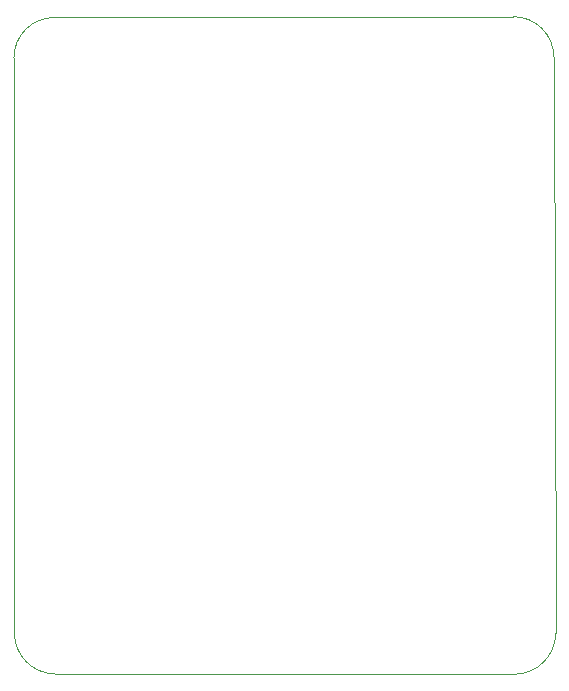
<source format=gbr>
G04 #@! TF.GenerationSoftware,KiCad,Pcbnew,9.0.5*
G04 #@! TF.CreationDate,2025-12-11T22:36:07+05:30*
G04 #@! TF.ProjectId,GPS_with_STM32,4750535f-7769-4746-985f-53544d33322e,rev?*
G04 #@! TF.SameCoordinates,Original*
G04 #@! TF.FileFunction,Profile,NP*
%FSLAX46Y46*%
G04 Gerber Fmt 4.6, Leading zero omitted, Abs format (unit mm)*
G04 Created by KiCad (PCBNEW 9.0.5) date 2025-12-11 22:36:07*
%MOMM*%
%LPD*%
G01*
G04 APERTURE LIST*
G04 #@! TA.AperFunction,Profile*
%ADD10C,0.050000*%
G04 #@! TD*
G04 APERTURE END LIST*
D10*
X99600000Y-87232449D02*
G75*
G02*
X96100000Y-90732450I-3500000J-1D01*
G01*
X57200705Y-90699914D02*
G75*
G02*
X53775000Y-87250000I24295J3449914D01*
G01*
X99450000Y-38500000D02*
X99600000Y-87232400D01*
X53725000Y-38550000D02*
G75*
G02*
X57150000Y-35125000I3425000J0D01*
G01*
X57150000Y-35125000D02*
X96000000Y-35050000D01*
X96100000Y-90732450D02*
X57200705Y-90699914D01*
X53775000Y-87250000D02*
X53725000Y-38550000D01*
X96000000Y-35050000D02*
G75*
G02*
X99450000Y-38500000I0J-3450000D01*
G01*
M02*

</source>
